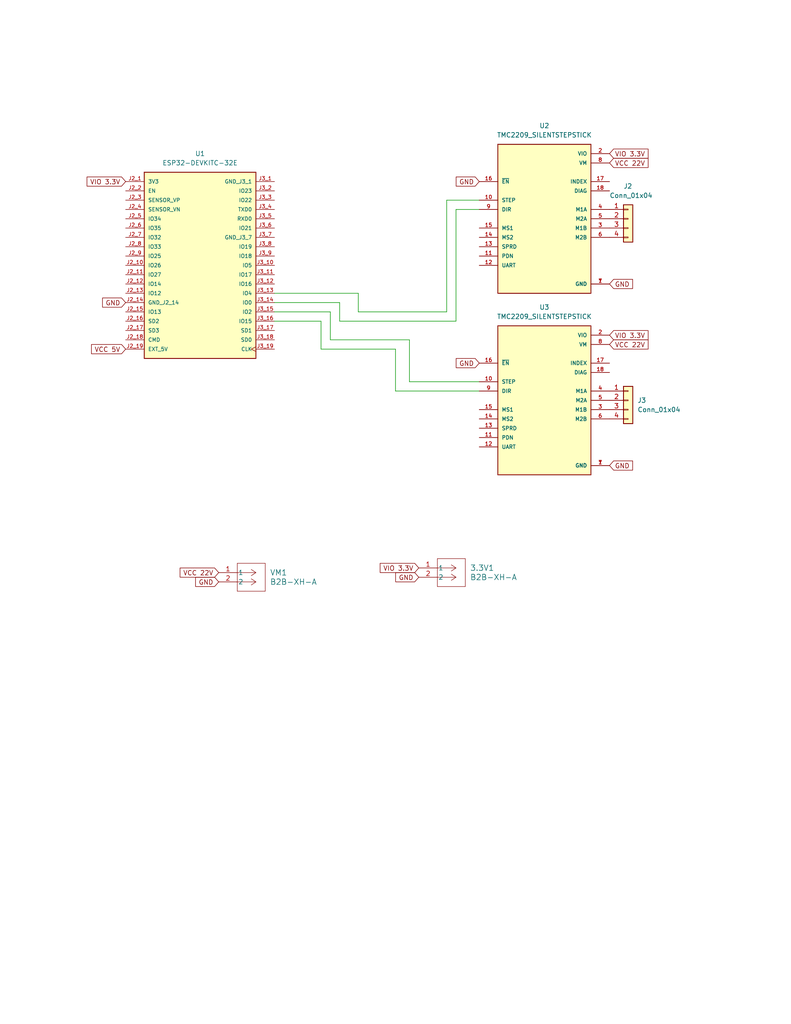
<source format=kicad_sch>
(kicad_sch (version 20230121) (generator eeschema)
  (paper "USLetter" portrait)
  (title_block (title "Workspace Wizard") (date "2024-10-25") (rev "PCB Draft #1") (company "Authors: Mary Esenther, Aryaman Ghura, Kavya Manchanda, Ishaan Salian") (comment 1 "SDP Team #15"))
  (lib_symbols
    (symbol "2024-10-11_04-11-34:B2B-XH-A" (pin_names (offset 0.254))
      (property "Reference" "J" (at 8.89 6.35 0))
      (property "Value" "B2B-XH-A" (at 0 0 0))
      (symbol "B2B-XH-A_1_1"
        (polyline (pts (xy 5.08 -5.08) (xy 12.7 -5.08)) (stroke (width 0.127)))
        (polyline (pts (xy 5.08 2.54) (xy 5.08 -5.08)) (stroke (width 0.127)))
        (polyline (pts (xy 10.16 -2.54) (xy 5.08 -2.54)) (stroke (width 0.127)))
        (polyline (pts (xy 10.16 -2.54) (xy 8.89 -3.3867)) (stroke (width 0.127)))
        (polyline (pts (xy 10.16 -2.54) (xy 8.89 -1.6933)) (stroke (width 0.127)))
        (polyline (pts (xy 10.16 0) (xy 5.08 0)) (stroke (width 0.127)))
        (polyline (pts (xy 10.16 0) (xy 8.89 -0.8467)) (stroke (width 0.127)))
        (polyline (pts (xy 10.16 0) (xy 8.89 0.8467)) (stroke (width 0.127)))
        (polyline (pts (xy 12.7 -5.08) (xy 12.7 2.54)) (stroke (width 0.127)))
        (polyline (pts (xy 12.7 2.54) (xy 5.08 2.54)) (stroke (width 0.127)))
        (pin unspecified line (at 0 0 0) (length 5.08) (name "1") (number "1"))
        (pin unspecified line (at 0 -2.54 0) (length 5.08) (name "2") (number "2"))
      )
      (symbol "B2B-XH-A_1_2"
        (polyline (pts (xy 5.08 -5.08) (xy 12.7 -5.08)) (stroke (width 0.127)))
        (polyline (pts (xy 5.08 2.54) (xy 5.08 -5.08)) (stroke (width 0.127)))
        (polyline (pts (xy 7.62 -2.54) (xy 5.08 -2.54)) (stroke (width 0.127)))
        (polyline (pts (xy 7.62 -2.54) (xy 8.89 -3.3867)) (stroke (width 0.127)))
        (polyline (pts (xy 7.62 -2.54) (xy 8.89 -1.6933)) (stroke (width 0.127)))
        (polyline (pts (xy 7.62 0) (xy 5.08 0)) (stroke (width 0.127)))
        (polyline (pts (xy 7.62 0) (xy 8.89 -0.8467)) (stroke (width 0.127)))
        (polyline (pts (xy 7.62 0) (xy 8.89 0.8467)) (stroke (width 0.127)))
        (polyline (pts (xy 12.7 -5.08) (xy 12.7 2.54)) (stroke (width 0.127)))
        (polyline (pts (xy 12.7 2.54) (xy 5.08 2.54)) (stroke (width 0.127)))
        (pin unspecified line (at 0 0 0) (length 5.08) (name "1") (number "1"))
        (pin unspecified line (at 0 -2.54 0) (length 5.08) (name "2") (number "2"))
      )
    )
    (symbol "Connector_Generic:Conn_01x04" (pin_names (offset 1.016) hide)
      (property "Reference" "J" (at 0 5.08 0))
      (property "Value" "Conn_01x04" (at 0 -7.62 0))
      (symbol "Conn_01x04_1_1"
        (rectangle (start -1.27 -4.953) (end 0 -5.207) (stroke (width 0.1524)))
        (rectangle (start -1.27 -2.413) (end 0 -2.667) (stroke (width 0.1524)))
        (rectangle (start -1.27 0.127) (end 0 -0.127) (stroke (width 0.1524)))
        (rectangle (start -1.27 2.667) (end 0 2.413) (stroke (width 0.1524)))
        (rectangle (start -1.27 3.81) (end 1.27 -6.35) (stroke (width 0.254)) (fill (type background)))
        (pin passive line (at -5.08 2.54 0) (length 3.81) (name "Pin_1") (number "1"))
        (pin passive line (at -5.08 0 0) (length 3.81) (name "Pin_2") (number "2"))
        (pin passive line (at -5.08 -2.54 0) (length 3.81) (name "Pin_3") (number "3"))
        (pin passive line (at -5.08 -5.08 0) (length 3.81) (name "Pin_4") (number "4"))
      )
    )
    (symbol "ESP32-DEVKITC-32E:ESP32-DEVKITC-32E" (pin_names (offset 1.016))
      (property "Reference" "U" (at -15.24 26.162 0))
      (property "Value" "ESP32-DEVKITC-32E" (at -15.24 -27.94 0))
      (symbol "ESP32-DEVKITC-32E_0_0"
        (rectangle (start -15.24 -25.4) (end 15.24 25.4) (stroke (width 0.254)) (fill (type background)))
        (pin power_in line (at -20.32 22.86 0) (length 5.08) (name "3V3") (number "J2_1"))
        (pin bidirectional line (at -20.32 0 0) (length 5.08) (name "IO26") (number "J2_10"))
        (pin bidirectional line (at -20.32 -2.54 0) (length 5.08) (name "IO27") (number "J2_11"))
        (pin bidirectional line (at -20.32 -5.08 0) (length 5.08) (name "IO14") (number "J2_12"))
        (pin bidirectional line (at -20.32 -7.62 0) (length 5.08) (name "IO12") (number "J2_13"))
        (pin power_in line (at -20.32 -10.16 0) (length 5.08) (name "GND_J2_14") (number "J2_14"))
        (pin bidirectional line (at -20.32 -12.7 0) (length 5.08) (name "IO13") (number "J2_15"))
        (pin bidirectional line (at -20.32 -15.24 0) (length 5.08) (name "SD2") (number "J2_16"))
        (pin bidirectional line (at -20.32 -17.78 0) (length 5.08) (name "SD3") (number "J2_17"))
        (pin bidirectional line (at -20.32 -20.32 0) (length 5.08) (name "CMD") (number "J2_18"))
        (pin power_in line (at -20.32 -22.86 0) (length 5.08) (name "EXT_5V") (number "J2_19"))
        (pin input line (at -20.32 20.32 0) (length 5.08) (name "EN") (number "J2_2"))
        (pin bidirectional line (at -20.32 17.78 0) (length 5.08) (name "SENSOR_VP") (number "J2_3"))
        (pin bidirectional line (at -20.32 15.24 0) (length 5.08) (name "SENSOR_VN") (number "J2_4"))
        (pin bidirectional line (at -20.32 12.7 0) (length 5.08) (name "IO34") (number "J2_5"))
        (pin bidirectional line (at -20.32 10.16 0) (length 5.08) (name "IO35") (number "J2_6"))
        (pin bidirectional line (at -20.32 7.62 0) (length 5.08) (name "IO32") (number "J2_7"))
        (pin bidirectional line (at -20.32 5.08 0) (length 5.08) (name "IO33") (number "J2_8"))
        (pin bidirectional line (at -20.32 2.54 0) (length 5.08) (name "IO25") (number "J2_9"))
        (pin power_in line (at 20.32 22.86 180) (length 5.08) (name "GND_J3_1") (number "J3_1"))
        (pin bidirectional line (at 20.32 0 180) (length 5.08) (name "IO5") (number "J3_10"))
        (pin bidirectional line (at 20.32 -2.54 180) (length 5.08) (name "IO17") (number "J3_11"))
        (pin bidirectional line (at 20.32 -5.08 180) (length 5.08) (name "IO16") (number "J3_12"))
        (pin bidirectional line (at 20.32 -7.62 180) (length 5.08) (name "IO4") (number "J3_13"))
        (pin bidirectional line (at 20.32 -10.16 180) (length 5.08) (name "IO0") (number "J3_14"))
        (pin bidirectional line (at 20.32 -12.7 180) (length 5.08) (name "IO2") (number "J3_15"))
        (pin bidirectional line (at 20.32 -15.24 180) (length 5.08) (name "IO15") (number "J3_16"))
        (pin bidirectional line (at 20.32 -17.78 180) (length 5.08) (name "SD1") (number "J3_17"))
        (pin bidirectional line (at 20.32 -20.32 180) (length 5.08) (name "SD0") (number "J3_18"))
        (pin bidirectional clock (at 20.32 -22.86 180) (length 5.08) (name "CLK") (number "J3_19"))
        (pin bidirectional line (at 20.32 20.32 180) (length 5.08) (name "IO23") (number "J3_2"))
        (pin bidirectional line (at 20.32 17.78 180) (length 5.08) (name "IO22") (number "J3_3"))
        (pin bidirectional line (at 20.32 15.24 180) (length 5.08) (name "TXD0") (number "J3_4"))
        (pin bidirectional line (at 20.32 12.7 180) (length 5.08) (name "RXD0") (number "J3_5"))
        (pin bidirectional line (at 20.32 10.16 180) (length 5.08) (name "IO21") (number "J3_6"))
        (pin power_in line (at 20.32 7.62 180) (length 5.08) (name "GND_J3_7") (number "J3_7"))
        (pin bidirectional line (at 20.32 5.08 180) (length 5.08) (name "IO19") (number "J3_8"))
        (pin bidirectional line (at 20.32 2.54 180) (length 5.08) (name "IO18") (number "J3_9"))
      )
    )
    (symbol "TMC2209_SILENTSTEPSTICK:TMC2209_SILENTSTEPSTICK" (pin_names (offset 1.016))
      (property "Reference" "U" (at -12.7 22.86 0))
      (property "Value" "TMC2209_SILENTSTEPSTICK" (at -12.7 -22.86 0))
      (symbol "TMC2209_SILENTSTEPSTICK_0_0"
        (rectangle (start -12.7 -20.32) (end 12.7 20.32) (stroke (width 0.254)) (fill (type background)))
        (pin power_in line (at 17.78 -17.78 180) (length 5.08) (name "GND") (number "1"))
        (pin input line (at -17.78 5.08 0) (length 5.08) (name "STEP") (number "10"))
        (pin bidirectional line (at -17.78 -10.16 0) (length 5.08) (name "PDN") (number "11"))
        (pin bidirectional line (at -17.78 -12.7 0) (length 5.08) (name "UART") (number "12"))
        (pin input line (at -17.78 -7.62 0) (length 5.08) (name "SPRD") (number "13"))
        (pin input line (at -17.78 -5.08 0) (length 5.08) (name "MS2") (number "14"))
        (pin input line (at -17.78 -2.54 0) (length 5.08) (name "MS1") (number "15"))
        (pin input line (at -17.78 10.16 0) (length 5.08) (name "~{EN}") (number "16"))
        (pin output line (at 17.78 10.16 180) (length 5.08) (name "INDEX") (number "17"))
        (pin output line (at 17.78 7.62 180) (length 5.08) (name "DIAG") (number "18"))
        (pin power_in line (at 17.78 17.78 180) (length 5.08) (name "VIO") (number "2"))
        (pin output line (at 17.78 -2.54 180) (length 5.08) (name "M1B") (number "3"))
        (pin output line (at 17.78 2.54 180) (length 5.08) (name "M1A") (number "4"))
        (pin output line (at 17.78 0 180) (length 5.08) (name "M2A") (number "5"))
        (pin output line (at 17.78 -5.08 180) (length 5.08) (name "M2B") (number "6"))
        (pin power_in line (at 17.78 -17.78 180) (length 5.08) (name "GND") (number "7"))
        (pin power_in line (at 17.78 15.24 180) (length 5.08) (name "VM") (number "8"))
        (pin input line (at -17.78 2.54 0) (length 5.08) (name "DIR") (number "9"))
      )
    )
  )
  (wire (pts (xy 87.63 87.63) (xy 87.63 95.25)))
  (wire (pts (xy 74.93 87.63) (xy 87.63 87.63)))
  (wire (pts (xy 90.17 92.71) (xy 111.76 92.71)))
  (wire (pts (xy 87.63 95.25) (xy 107.95 95.25)))
  (wire (pts (xy 124.46 87.63) (xy 124.46 57.15)))
  (wire (pts (xy 74.93 85.09) (xy 90.17 85.09)))
  (wire (pts (xy 97.79 85.09) (xy 97.79 80.01)))
  (wire (pts (xy 107.95 106.68) (xy 130.81 106.68)))
  (wire (pts (xy 74.93 82.55) (xy 92.71 82.55)))
  (wire (pts (xy 111.76 104.14) (xy 130.81 104.14)))
  (wire (pts (xy 92.71 87.63) (xy 124.46 87.63)))
  (wire (pts (xy 130.81 54.61) (xy 121.92 54.61)))
  (wire (pts (xy 111.76 92.71) (xy 111.76 104.14)))
  (wire (pts (xy 90.17 85.09) (xy 90.17 92.71)))
  (wire (pts (xy 124.46 57.15) (xy 130.81 57.15)))
  (wire (pts (xy 97.79 85.09) (xy 121.92 85.09)))
  (wire (pts (xy 92.71 82.55) (xy 92.71 87.63)))
  (wire (pts (xy 107.95 95.25) (xy 107.95 106.68)))
  (wire (pts (xy 74.93 80.01) (xy 97.79 80.01)))
  (wire (pts (xy 121.92 54.61) (xy 121.92 85.09)))
  (global_label "GND" (shape input) (at 34.29 82.55 180) (property "Intersheetrefs" "${INTERSHEET_REFS}" (effects hide)))
  (global_label "GND" (shape input) (at 59.69 158.75 180) (property "Intersheetrefs" "${INTERSHEET_REFS}" (effects hide)))
  (global_label "VIO 3.3V" (shape input) (at 114.3 154.94 180) (property "Intersheetrefs" "${INTERSHEET_REFS}" (effects hide)))
  (global_label "VIO 3.3V" (shape input) (at 34.29 49.53 180) (property "Intersheetrefs" "${INTERSHEET_REFS}" (effects hide)))
  (global_label "VIO 3.3V" (shape input) (at 166.37 91.44 0) (property "Intersheetrefs" "${INTERSHEET_REFS}" (effects hide)))
  (global_label "GND" (shape input) (at 130.81 99.06 180) (property "Intersheetrefs" "${INTERSHEET_REFS}" (effects hide)))
  (global_label "GND" (shape input) (at 114.3 157.48 180) (property "Intersheetrefs" "${INTERSHEET_REFS}" (effects hide)))
  (global_label "VCC 22V" (shape input) (at 166.37 93.98 0) (property "Intersheetrefs" "${INTERSHEET_REFS}" (effects hide)))
  (global_label "GND" (shape input) (at 130.81 49.53 180) (property "Intersheetrefs" "${INTERSHEET_REFS}" (effects hide)))
  (global_label "VCC 22V" (shape input) (at 59.69 156.21 180) (property "Intersheetrefs" "${INTERSHEET_REFS}" (effects hide)))
  (global_label "VCC 5V" (shape input) (at 34.29 95.25 180) (property "Intersheetrefs" "${INTERSHEET_REFS}" (effects hide)))
  (global_label "VCC 22V" (shape input) (at 166.37 44.45 0) (property "Intersheetrefs" "${INTERSHEET_REFS}" (effects hide)))
  (global_label "VIO 3.3V" (shape input) (at 166.37 41.91 0) (property "Intersheetrefs" "${INTERSHEET_REFS}" (effects hide)))
  (global_label "GND" (shape input) (at 166.37 127 0) (property "Intersheetrefs" "${INTERSHEET_REFS}" (effects hide)))
  (global_label "GND" (shape input) (at 166.37 77.47 0) (property "Intersheetrefs" "${INTERSHEET_REFS}" (effects hide)))
  (symbol (lib_id "TMC2209_SILENTSTEPSTICK:TMC2209_SILENTSTEPSTICK") (at 148.59 59.69 0) (unit 1)
    (property "Reference" "U2" (at 148.59 34.29 0))
    (property "Value" "TMC2209_SILENTSTEPSTICK" (at 148.59 36.83 0))
    (property "Footprint" "TMC2209_SILENTSTEPSTICK:MODULE_TMC2209_SILENTSTEPSTICK" (effects hide))
    (property "MF" "Trinamic Motion Control GmbH" (effects hide))
    (property "Description" "\nTMC2209 Motor Controller/Driver Power Management Evaluation Board\n" (effects hide))
    (property "Package" "None" (effects hide))
    (property "Price" "None" (effects hide))
    (property "Check_prices" "https://www.snapeda.com/parts/TMC2209%20SILENTSTEPSTICK/Trinamic+Motion+Control+GmbH/view-part/?ref=eda" (effects hide))
    (property "STANDARD" "Manufacturer Recommendations" (effects hide))
    (property "PARTREV" "1.20" (effects hide))
    (property "SnapEDA_Link" "https://www.snapeda.com/parts/TMC2209%20SILENTSTEPSTICK/Trinamic+Motion+Control+GmbH/view-part/?ref=snap" (effects hide))
    (property "MP" "TMC2209 SILENTSTEPSTICK" (effects hide))
    (property "MANUFACTURER" "Trinamic Motion Control GmbH" (effects hide))
    (property "Availability" "In Stock" (effects hide))
    (property "SNAPEDA_PN" "TMC2209 SILENTSTEPSTICK" (effects hide))
  )
  (symbol (lib_id "TMC2209_SILENTSTEPSTICK:TMC2209_SILENTSTEPSTICK") (at 148.59 109.22 0) (unit 1)
    (property "Reference" "U3" (at 148.59 83.82 0))
    (property "Value" "TMC2209_SILENTSTEPSTICK" (at 148.59 86.36 0))
    (property "Footprint" "TMC2209_SILENTSTEPSTICK:MODULE_TMC2209_SILENTSTEPSTICK" (effects hide))
    (property "MF" "Trinamic Motion Control GmbH" (effects hide))
    (property "Description" "\nTMC2209 Motor Controller/Driver Power Management Evaluation Board\n" (effects hide))
    (property "Package" "None" (effects hide))
    (property "Price" "None" (effects hide))
    (property "Check_prices" "https://www.snapeda.com/parts/TMC2209%20SILENTSTEPSTICK/Trinamic+Motion+Control+GmbH/view-part/?ref=eda" (effects hide))
    (property "STANDARD" "Manufacturer Recommendations" (effects hide))
    (property "PARTREV" "1.20" (effects hide))
    (property "SnapEDA_Link" "https://www.snapeda.com/parts/TMC2209%20SILENTSTEPSTICK/Trinamic+Motion+Control+GmbH/view-part/?ref=snap" (effects hide))
    (property "MP" "TMC2209 SILENTSTEPSTICK" (effects hide))
    (property "MANUFACTURER" "Trinamic Motion Control GmbH" (effects hide))
    (property "Availability" "In Stock" (effects hide))
    (property "SNAPEDA_PN" "TMC2209 SILENTSTEPSTICK" (effects hide))
  )
  (symbol (lib_id "Connector_Generic:Conn_01x04") (at 171.45 109.22 0) (unit 1)
    (property "Reference" "J3" (at 173.99 109.22 0) (effects (justify left)))
    (property "Value" "Conn_01x04" (at 173.99 111.76 0) (effects (justify left)))
    (property "Footprint" "Connector_PinHeader_2.54mm:PinHeader_1x04_P2.54mm_Vertical" (effects hide))
  )
  (symbol (lib_id "2024-10-11_04-11-34:B2B-XH-A") (at 59.69 156.21 0) (unit 1)
    (property "Reference" "VM1" (at 73.66 156.21 0) (effects (font (size 1.524 1.524)) (justify left)))
    (property "Value" "B2B-XH-A" (at 73.66 158.75 0) (effects (font (size 1.524 1.524)) (justify left)))
    (property "Footprint" "CONN_B2B-XH-A_JST" (effects hide))
    (property "Datasheet" "B2B-XH-A" (effects hide))
  )
  (symbol (lib_id "2024-10-11_04-11-34:B2B-XH-A") (at 114.3 154.94 0) (unit 1)
    (property "Reference" "3.3V1" (at 128.27 154.94 0) (effects (font (size 1.524 1.524)) (justify left)))
    (property "Value" "B2B-XH-A" (at 128.27 157.48 0) (effects (font (size 1.524 1.524)) (justify left)))
    (property "Footprint" "CONN_B2B-XH-A_JST" (effects hide))
    (property "Datasheet" "B2B-XH-A" (effects hide))
  )
  (symbol (lib_id "Connector_Generic:Conn_01x04") (at 171.45 59.69 0) (unit 1)
    (property "Reference" "J2" (at 170.18 50.8 0) (effects (justify left)))
    (property "Value" "Conn_01x04" (at 166.37 53.34 0) (effects (justify left)))
    (property "Footprint" "Connector_PinHeader_2.54mm:PinHeader_1x04_P2.54mm_Vertical" (effects hide))
  )
  (symbol (lib_id "ESP32-DEVKITC-32E:ESP32-DEVKITC-32E") (at 54.61 72.39 0) (unit 1)
    (property "Reference" "U1" (at 54.61 41.91 0))
    (property "Value" "ESP32-DEVKITC-32E" (at 54.61 44.45 0))
    (property "Footprint" "ESP32-DEVKITC-32E:MODULE_ESP32-DEVKITC-32E" (effects hide))
    (property "DigiKey_Part_Number" "1965-ESP32-DEVKITC-32E-ND" (effects hide))
    (property "SnapEDA_Link" "https://www.snapeda.com/parts/ESP32-DEVKITC-32E/Espressif+Systems/view-part/?ref=snap" (effects hide))
    (property "Description" "\nESP32-WROOM-32E - Transceiver; 802.11 b/g/n (Wi-Fi, WiFi, WLAN), Bluetooth® Smart Ready 4.x Dual Mode (BLE) 2.4GHz Evaluation Board\n" (effects hide))
    (property "Package" "None" (effects hide))
    (property "Check_prices" "https://www.snapeda.com/parts/ESP32-DEVKITC-32E/Espressif+Systems/view-part/?ref=eda" (effects hide))
    (property "STANDARD" "Manufacturer Recommendations" (effects hide))
    (property "PARTREV" "1.4" (effects hide))
    (property "MF" "Espressif Systems" (effects hide))
    (property "MP" "ESP32-DEVKITC-32E" (effects hide))
    (property "MANUFACTURER" "Espressif Systems" (effects hide))
  )
)
</source>
